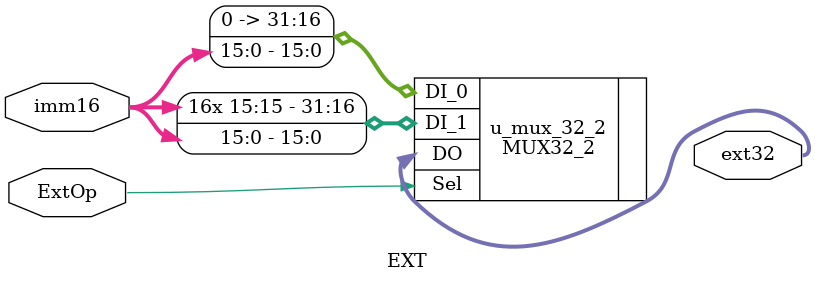
<source format=v>
`timescale 1ns / 1ps

module EXT(
    input [15:0] imm16,
    input ExtOp,
    output [31:0] ext32
    );

    MUX32_2 u_mux_32_2(
        .Sel(ExtOp),
        .DI_0({ 16'b0, imm16 }),
        .DI_1({ {16{imm16[15]}}, imm16 }),
        .DO(ext32)
    );

endmodule

</source>
